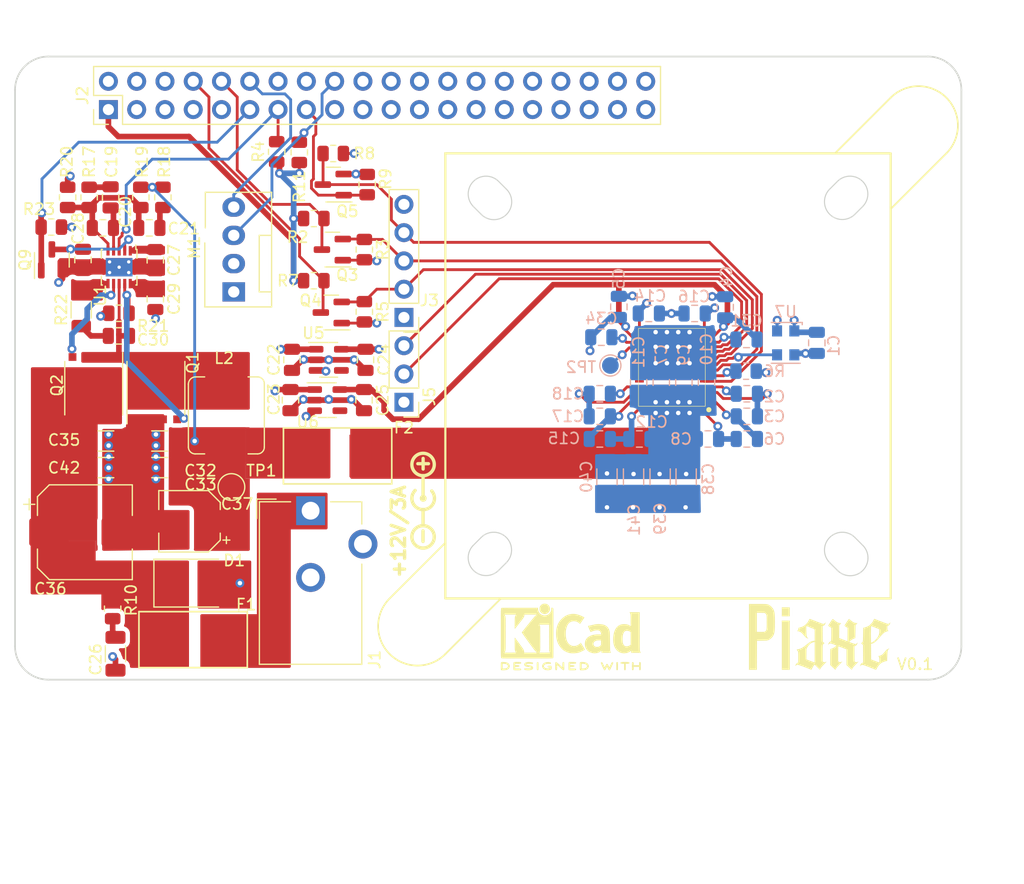
<source format=kicad_pcb>
(kicad_pcb (version 20221018) (generator pcbnew)
  (layers (0 "F.Cu" signal) (1 "In1.Cu" signal) (2 "In2.Cu" signal) (31 "B.Cu" signal) (34 "B.Paste" user) (35 "F.Paste" user) (36 "B.SilkS" user "B.Silkscreen") (37 "F.SilkS" user "F.Silkscreen") (38 "B.Mask" user) (39 "F.Mask" user) (44 "Edge.Cuts" user))
  (net 0 "")
  (net 1 "GND")
  (net 2 "+1V8")
  (net 3 "Net-(U14-VDD4_0)")
  (net 4 "Net-(U14-VDD3_0)")
  (net 5 "Net-(U14-VDD2_0)")
  (net 6 "Net-(U14-VDD1_0)")
  (net 7 "+1V5")
  (net 8 "Net-(U14-VDD1_1)")
  (net 9 "Net-(U14-VDD2_1)")
  (net 10 "Net-(U14-VDD3_1)")
  (net 11 "Net-(U14-VDD4_1)")
  (net 12 "+5V")
  (net 13 "+0V8")
  (net 14 "/BM1366/CI")
  (net 15 "/BM1366/RO")
  (net 16 "/BM1366/RST_N")
  (net 17 "/BM1366/CLKI")
  (net 20 "/BM1366/BI")
  (net 22 "/BM1366/TEMP_P")
  (net 23 "/BM1366/TEMP_N")
  (net 33 "+3V3")
  (net 34 "Net-(U14-MODEO)")
  (net 35 "Net-(U14-MODE_1)")
  (net 51 "/Pi/NRST")
  (net 52 "/Pi/PGOOD")
  (net 53 "/Pi/SDN")
  (net 54 "/Pi/RXD")
  (net 55 "/Pi/TXD")
  (net 59 "Net-(Q1-D)")
  (net 60 "Net-(Q1-G)")
  (net 61 "Net-(Q2-G)")
  (net 62 "Net-(Q9-D)")
  (net 63 "Net-(U1-VDD)")
  (net 64 "Net-(U1-COMP)")
  (net 65 "Net-(U1-FB)")
  (net 66 "Net-(U1-BOOT)")
  (net 67 "Net-(U1-BP)")
  (net 68 "Net-(C19-Pad2)")
  (net 69 "Net-(C21-Pad1)")
  (net 70 "Net-(C30-Pad1)")
  (net 71 "+12V")
  (net 72 "Net-(F1-Pad2)")
  (net 73 "Net-(C32-Pad1)")
  (net 74 "Net-(C26-Pad1)")
  (net 75 "/Pi/PWM")
  (net 76 "/Pi/TACHO")
  (net 77 "Net-(U14-MODE_0)")
  (footprint "Resistor_SMD:R_0805_2012Metric" (layer "F.Cu") (at 204.724 73.152 -90)
    (fp_text reference "R3")
    (fp_text value "10k")
  )
  (footprint "myfootprints:fuseholder_littlefuse_blok" (layer "F.Cu") (at 202.3235 91.694 180)
    (fp_text reference "F2")
    (fp_text value "20A")
  )
  (footprint "Package_TO_SOT_SMD:SOT-23" (layer "F.Cu") (at 176.658 74.0732 90)
    (fp_text reference "Q9")
    (fp_text value "BSS138")
  )
  (footprint "Connector_PinHeader_2.54mm:PinHeader_1x05_P2.54mm_Vertical" (layer "F.Cu") (at 208.28 79.248 180)
    (fp_text reference "J3")
    (fp_text value "Conn_01x05")
  )
  (footprint "Package_TO_SOT_SMD:SOT-23-5" (layer "F.Cu") (at 201.393 86.68)
    (fp_text reference "U6")
    (fp_text value "MCP1824T-0802E")
  )
  (footprint "Resistor_SMD:R_0805_2012Metric" (layer "F.Cu") (at 182.6797 78.8738 180)
    (fp_text reference "R21")
    (fp_text value "4.02k")
  )
  (footprint "Capacitor_SMD:C_0805_2012Metric" (layer "F.Cu") (at 185.949314 77.586937 -90)
    (fp_text reference "C29")
    (fp_text value "1µ")
  )
  (footprint "Resistor_SMD:R_0805_2012Metric" (layer "F.Cu") (at 176.6072 71.1268 180)
    (fp_text reference "R23")
    (fp_text value "10k")
  )
  (footprint "Resistor_SMD:R_0805_2012Metric" (layer "F.Cu") (at 198.882 64.4125 90)
    (fp_text reference "R11")
    (fp_text value "2k2")
  )
  (footprint "Capacitor_SMD:C_0805_2012Metric" (layer "F.Cu") (at 185.4108 71.201337 180)
    (fp_text reference "C21")
    (fp_text value "680p")
  )
  (footprint "Capacitor_SMD:CP_Elec_5x5.8" (layer "F.Cu") (at 189.0222 97.5723 180)
    (fp_text reference "C37")
    (fp_text value "220µ")
  )
  (footprint "bitaxe:polarity" (layer "F.Cu") (at 210 95.5 90)
    (fp_text reference "U3" hide)
    (fp_text value "~")
  )
  (footprint "Mounting_Holes:MountingHole_3.2mm_M3" (layer "F.Cu") (at 176.85 108.3)
    (fp_text reference "REF**" hide)
    (fp_text value "MountingHole_3.2mm_M3" hide)
  )
  (footprint "Resistor_SMD:R_0805_2012Metric" (layer "F.Cu") (at 184.6488 68.458137 -90)
    (fp_text reference "R19")
    (fp_text value "10k")
  )
  (footprint "Inductor_SMD:L_Bourns_SRP7028A_7.3x6.6mm" (layer "F.Cu") (at 192.3317 88.0504 -90)
    (fp_text reference "L2")
    (fp_text value "300nH")
  )
  (footprint "Resistor_SMD:R_0805_2012Metric" (layer "F.Cu") (at 186.63 68.458137 -90)
    (fp_text reference "R18")
    (fp_text value "1.5k")
  )
  (footprint "Capacitor_SMD:C_1206_3216Metric" (layer "F.Cu") (at 181.5095 90.3546)
    (fp_text reference "C35")
    (fp_text value "10µ/25V")
  )
  (footprint "Diode_SMD:D_SMB" (layer "F.Cu") (at 189.484 103.124)
    (fp_text reference "D1")
    (fp_text value "SMBJ12A")
  )
  (footprint "Resistor_SMD:R_1206_3216Metric" (layer "F.Cu") (at 179.294514 78.567337 -90)
    (fp_text reference "R22")
    (fp_text value "2")
  )
  (footprint "Resistor_SMD:R_0805_2012Metric" (layer "F.Cu") (at 178.075314 68.458137 -90)
    (fp_text reference "R20")
    (fp_text value "10k")
  )
  (footprint "Capacitor_SMD:C_1206_3216Metric" (layer "F.Cu") (at 186.3391 92.7422 180)
    (fp_text reference "C33")
    (fp_text value "47µ/10V")
  )
  (footprint "Resistor_SMD:R_0805_2012Metric" (layer "F.Cu") (at 200.18175 70.358 180)
    (fp_text reference "R2")
    (fp_text value "10k")
  )
  (footprint "Resistor_SMD:R_0805_2012Metric" (layer "F.Cu") (at 180.005714 68.458137 -90)
    (fp_text reference "R17")
    (fp_text value "10k")
  )
  (footprint "Resistor_SMD:R_0805_2012Metric" (layer "F.Cu") (at 200.18175 75.946 180)
    (fp_text reference "R7")
    (fp_text value "10k")
  )
  (footprint "Capacitor_SMD:C_0805_2012Metric" (layer "F.Cu") (at 204.8275 83.058 -90)
    (fp_text reference "C24")
    (fp_text value "1µ")
  )
  (footprint "Connector:FanPinHeader_1x04_P2.54mm_Vertical" (layer "F.Cu") (at 192.994 76.952 90)
    (fp_text reference "M1")
    (fp_text value "Fan_4pin")
  )
  (footprint "Connector_PinHeader_2.54mm:PinHeader_2x20_P2.54mm_Vertical" (layer "F.Cu") (at 181.737 60.568 90)
    (fp_text reference "J2")
    (fp_text value "Conn_02x20_Odd_Even")
  )
  (footprint "Package_TO_SOT_SMD:SOT-23" (layer "F.Cu") (at 201.7545 78.806 180)
    (fp_text reference "Q4")
    (fp_text value "BSS138")
  )
  (footprint "Package_SON:VSONP-8-1EP_5x6_P1.27mm" (layer "F.Cu") (at 180.4172 85.6048 -90)
    (fp_text reference "Q2")
    (fp_text value "CSD16321Q5")
  )
  (footprint "Mounting_Holes:MountingHole_3.2mm_M3" (layer "F.Cu") (at 234.85 108.3)
    (fp_text reference "REF**" hide)
    (fp_text value "MountingHole_3.2mm_M3" hide)
  )
  (footprint "Package_SON:VSONP-8-1EP_5x6_P1.27mm" (layer "F.Cu") (at 186.0052 85.6048 90)
    (fp_text reference "Q1")
    (fp_text value "CSD16321Q5")
  )
  (footprint "Capacitor_SMD:C_0805_2012Metric" (layer "F.Cu") (at 182.6797 80.9058)
    (fp_text reference "C30")
    (fp_text value "100n")
  )
  (footprint "Capacitor_SMD:C_0805_2012Metric" (layer "F.Cu") (at 179.452 74.0732 -90)
    (fp_text reference "C28")
    (fp_text value "3.3n")
  )
  (footprint "Capacitor_SMD:C_0805_2012Metric" (layer "F.Cu") (at 198.091 86.68 -90)
    (fp_text reference "C23")
    (fp_text value "100n")
  )
  (footprint "Resistor_SMD:R_0805_2012Metric" (layer "F.Cu") (at 182.118 105.41 -90)
    (fp_text reference "R10")
    (fp_text value "2k")
  )
  (footprint "Capacitor_SMD:C_0805_2012Metric" (layer "F.Cu") (at 198.2235 83.058 -90)
    (fp_text reference "C22")
    (fp_text value "100n")
  )
  (footprint "TestPoint:TestPoint_Pad_D2.0mm" (layer "F.Cu") (at 192.786 94.488)
    (fp_text reference "TP1")
    (fp_text value "+1V5")
  )
  (footprint "bitaxe:BM1366" (layer "F.Cu") (at 232.347 83.734 180)
    (fp_text reference "U14" hide)
    (fp_text value "BM1366_mode1")
  )
  (footprint "bitaxe:piaxelogo" (layer "F.Cu") (at 248.92 128.778)
    (fp_text reference "G***" hide)
    (fp_text value "LOGO" hide)
  )
  (footprint "MountingHole:MountingHole_3.2mm_M3" (layer "F.Cu") (at 254.5 62)
    (fp_text reference "REF**" hide)
    (fp_text value "MountingHole_3.2mm_M3")
  )
  (footprint "Resistor_SMD:R_0805_2012Metric" (layer "F.Cu") (at 201.93 64.516)
    (fp_text reference "R8")
    (fp_text value "10k")
  )
  (footprint "Capacitor_SMD:CP_Elec_8x10" (layer "F.Cu") (at 179.6242 98.552)
    (fp_text reference "C36")
    (fp_text value "330µ")
  )
  (footprint "Resistor_SMD:R_0805_2012Metric" (layer "F.Cu") (at 196.85 64.3655 90)
    (fp_text reference "R4")
    (fp_text value "10k")
  )
  (footprint "Capacitor_SMD:C_1206_3216Metric" (layer "F.Cu") (at 182.372 109.474 -90)
    (fp_text reference "C26")
    (fp_text value "2.2/50V")
  )
  (footprint "Capacitor_SMD:C_0805_2012Metric" (layer "F.Cu") (at 204.695 86.68 -90)
    (fp_text reference "C25")
    (fp_text value "1µ")
  )
  (footprint "Capacitor_SMD:C_0805_2012Metric" (layer "F.Cu") (at 181.936114 68.458137 90)
    (fp_text reference "C19")
    (fp_text value "680p")
  )
  (footprint "Capacitor_SMD:C_1206_3216Metric" (layer "F.Cu") (at 181.5095 92.7422)
    (fp_text reference "C42")
    (fp_text value "10µ/25V")
  )
  (footprint "Capacitor_SMD:C_1206_3216Metric" (layer "F.Cu") (at 186.3391 90.3546 180)
    (fp_text reference "C32")
    (fp_text value "47µ/10V")
  )
  (footprint "Connector_PinHeader_2.54mm:PinHeader_1x03_P2.54mm_Vertical" (layer "F.Cu") (at 208.28 86.868 180)
    (fp_text reference "J5")
    (fp_text value "temp")
  )
  (footprint "MountingHole:MountingHole_3.2mm_M3" (layer "F.Cu") (at 209.5 107)
    (fp_text reference "REF**" hide)
    (fp_text value "MountingHole_3.2mm_M3")
  )
  (footprint "Mounting_Holes:MountingHole_3.2mm_M3" (layer "F.Cu") (at 176.85 59.3)
    (fp_text reference "REF**" hide)
    (fp_text value "MountingHole_3.2mm_M3" hide)
  )
  (footprint "Connector_BarrelJack:BarrelJack_CUI_PJ-102AH_Horizontal" (layer "F.Cu") (at 199.898 96.616)
    (fp_text reference "J1")
    (fp_text value "Barrel_Jack_Switch")
  )
  (footprint "myfootprints:fuseholder_littlefuse_blok" (layer "F.Cu") (at 189.3445 108.204)
    (fp_text reference "F1")
    (fp_text value "2.5A")
  )
  (footprint "Mounting_Holes:MountingHole_3.2mm_M3" (layer "F.Cu") (at 234.85 59.3)
    (fp_text reference "REF**" hide)
    (fp_text value "MountingHole_3.2mm_M3" hide)
  )
  (footprint "Symbol:KiCad-Logo2_5mm_SilkScreen" (layer "F.Cu") (at 223.266 107.95)
    (fp_text reference "REF**" hide)
    (fp_text value "KiCad-Logo2_5mm_SilkScreen" hide)
  )
  (footprint "Package_TO_SOT_SMD:SOT-23" (layer "F.Cu") (at 201.8515 73.152 180)
    (fp_text reference "Q3")
    (fp_text value "BSS138")
  )
  (footprint "Package_TO_SOT_SMD:SOT-23-5" (layer "F.Cu") (at 201.5255 83.058)
    (fp_text reference "U5")
    (fp_text value "MCP1824T-1802E")
  )
  (footprint "Package_SON:VSON-10-1EP_3x3mm_P0.5mm_EP1.65x2.4mm_ThermalVias" (layer "F.Cu") (at 182.701714 74.734537 -90)
    (fp_text reference "U1")
    (fp_text value "TPS40304DRC")
  )
  (footprint "Package_TO_SOT_SMD:SOT-23" (layer "F.Cu") (at 201.93 67.31 180)
    (fp_text reference "Q5")
    (fp_text value "BSS138")
  )
  (footprint "Capacitor_SMD:C_0805_2012Metric" (layer "F.Cu") (at 181.240114 71.201337 180)
    (fp_text reference "C20")
    (fp_text value "100p")
  )
  (footprint "Resistor_SMD:R_0805_2012Metric" (layer "F.Cu") (at 204.724 78.74 -90)
    (fp_text reference "R5")
    (fp_text value "10k")
  )
  (footprint "Capacitor_SMD:C_0805_2012Metric" (layer "F.Cu") (at 185.949314 74.096937 -90)
    (fp_text reference "C27")
    (fp_text value "1µ")
  )
  (footprint "bitaxe:piaxelogo" (layer "F.Cu") (at 245.618 107.95)
    (fp_text reference "G***" hide)
    (fp_text value "LOGO" hide)
  )
  (footprint "Resistor_SMD:R_0805_2012Metric" (layer "F.Cu") (at 204.978 67.31 -90)
    (fp_text reference "R9")
    (fp_text value "100k")
  )
  (footprint "Capacitor_SMD:C_0805_2012Metric" (layer "B.Cu") (at 227.584 78.298 90)
    (fp_text reference "C5")
    (fp_text value "1µ")
  )
  (footprint "Capacitor_SMD:C_0805_2012Metric" (layer "B.Cu") (at 226.0092 81.026 180)
    (fp_text reference "C34")
    (fp_text value "1µ")
  )
  (footprint "Capacitor_SMD:C_0805_2012Metric" (layer "B.Cu") (at 225.872 86.106)
    (fp_text reference "C18")
    (fp_text value "1µ")
  )
  (footprint "Capacitor_SMD:C_0805_2012Metric" (layer "B.Cu") (at 233.426 85.09 90)
    (fp_text reference "C9")
    (fp_text value "100n")
  )
  (footprint "Capacitor_SMD:C_0805_2012Metric" (layer "B.Cu") (at 229.362 85.09 90)
    (fp_text reference "C11")
    (fp_text value "1µ")
  )
  (footprint "Capacitor_SMD:C_0805_2012Metric" (layer "B.Cu") (at 239.0496 81.2292 180)
    (fp_text reference "C31")
    (fp_text value "1µ")
  )
  (footprint "Capacitor_SMD:C_1206_3216Metric" (layer "B.Cu") (at 226.5172 93.5718 -90)
    (fp_text reference "C40")
    (fp_text value "47µ/10V")
  )
  (footprint "Capacitor_SMD:C_0805_2012Metric" (layer "B.Cu") (at 225.872 88.138 180)
    (fp_text reference "C17")
    (fp_text value "1µ")
  )
  (footprint "Capacitor_SMD:C_0805_2012Metric" (layer "B.Cu") (at 229.428 90.17 180)
    (fp_text reference "C12")
    (fp_text value "1µ")
  )
  (footprint "Capacitor_SMD:C_0805_2012Metric" (layer "B.Cu") (at 239.08 90.17 180)
    (fp_text reference "C6")
    (fp_text value "1µ")
  )
  (footprint "Capacitor_SMD:C_0805_2012Metric" (layer "B.Cu") (at 237.1344 78.3336 90)
    (fp_text reference "C4")
    (fp_text value "1µ")
  )
  (footprint "Capacitor_SMD:C_0805_2012Metric" (layer "B.Cu") (at 245.364 81.534 -90)
    (fp_text reference "C1")
    (fp_text value "100n")
  )
  (footprint "Capacitor_SMD:C_0805_2012Metric" (layer "B.Cu") (at 239.08 88.138 180)
    (fp_text reference "C3")
    (fp_text value "1µ")
  )
  (footprint "Capacitor_SMD:C_1206_3216Metric" (layer "B.Cu") (at 233.6292 93.5718 -90)
    (fp_text reference "C38")
    (fp_text value "10µ/25V")
  )
  (footprint "Capacitor_SMD:C_0805_2012Metric" (layer "B.Cu") (at 235.458 85.09 90)
    (fp_text reference "C10")
    (fp_text value "1µ")
  )
  (footprint "Oscillator:Oscillator_SMD_EuroQuartz_XO32-4Pin_3.2x2.5mm" (layer "B.Cu") (at 242.57 81.534 180)
    (fp_text reference "U7")
    (fp_text value "25MHz")
  )
  (footprint "Capacitor_SMD:C_1206_3216Metric" (layer "B.Cu") (at 228.9048 93.5718 -90)
    (fp_text reference "C41")
    (fp_text value "47µ/10V")
  )
  (footprint "Capacitor_SMD:C_0805_2012Metric" (layer "B.Cu") (at 231.394 85.09 90)
    (fp_text reference "C7")
    (fp_text value "100n")
  )
  (footprint "Capacitor_SMD:C_0805_2012Metric" (layer "B.Cu") (at 234.3912 78.8924 180)
    (fp_text reference "C16")
    (fp_text value "1µ")
  )
  (footprint "Capacitor_SMD:C_1206_3216Metric" (layer "B.Cu") (at 231.2924 93.5718 -90)
    (fp_text reference "C39")
    (fp_text value "10µ/25V")
  )
  (footprint "Capacitor_SMD:C_0805_2012Metric" (layer "B.Cu") (at 225.872 90.17 180)
    (fp_text reference "C15")
    (fp_text value "1µ")
  )
  (footprint "Capacitor_SMD:C_0805_2012Metric" (layer "B.Cu") (at 230.2764 78.8924)
    (fp_text reference "C14")
    (fp_text value "1µ")
  )
  (footprint "Resistor_SMD:R_0805_2012Metric" (layer "B.Cu") (at 239.014 84.074 180)
    (fp_text reference "R6")
    (fp_text value "10k")
  )
  (footprint "Capacitor_SMD:C_0805_2012Metric" (layer "B.Cu") (at 239.08 86.106)
    (fp_text reference "C2")
    (fp_text value "1µ")
  )
  (footprint "TestPoint:TestPoint_Pad_D1.5mm" (layer "B.Cu") (at 226.822 83.566 180)
    (fp_text reference "TP2")
    (fp_text value "TestPoint")
  )
  (footprint "Capacitor_SMD:C_0805_2012Metric" (layer "B.Cu") (at 235.59 90.17 180)
    (fp_text reference "C8")
    (fp_text value "1µ")
  )
  (gr_line (start 211.999999 109.499999) (end 217 104.5) (stroke (width 0.15)) (layer "F.SilkS"))
  (gr_line (start 256.999999 64.499999) (end 252 69.5) (stroke (width 0.15)) (layer "F.SilkS"))
  (gr_line (start 207.000001 104.5) (end 212 99.5) (stroke (width 0.15)) (layer "F.SilkS"))
  (gr_arc (start 252.000001 59.500001) (mid 256.999999 59.500001) (end 256.999999 64.499999) (stroke (width 0.15)) (layer "F.SilkS"))
  (gr_rect (start 212 64.5) (end 252 104.5) (stroke (width 0.2)) (fill none) (layer "F.SilkS"))
  (gr_line (start 252.000001 59.500001) (end 247 64.5) (stroke (width 0.15)) (layer "F.SilkS"))
  (gr_arc (start 211.999999 109.499999) (mid 207.000001 109.499999) (end 207.000001 104.500001) (stroke (width 0.15)) (layer "F.SilkS"))
  (gr_line locked (start 258.35 108.8) (end 258.35 58.8) (stroke (width 0.15)) (layer "Edge.Cuts"))
  (gr_line locked (start 173.35 58.8) (end 173.35 108.8) (stroke (width 0.15)) (layer "Edge.Cuts"))
  (gr_arc (start 246.515076 101.277817) (mid 246.515076 99.015076) (end 248.777817 99.015076) (stroke (width 0.1)) (layer "Edge.Cuts"))
  (gr_arc (start 214.515076 69.277817) (mid 214.515076 67.015076) (end 216.777817 67.015076) (stroke (width 0.1)) (layer "Edge.Cuts"))
  (gr_arc (start 249.484924 99.722183) (mid 249.484924 101.984924) (end 247.222183 101.984924) (stroke (width 0.1)) (layer "Edge.Cuts"))
  (gr_arc (start 216.777817 101.984924) (mid 214.515076 101.984924) (end 214.515076 99.722183) (stroke (width 0.1)) (layer "Edge.Cuts"))
  (gr_line locked (start 176.35 111.8) (end 255.35 111.8) (stroke (width 0.15)) (layer "Edge.Cuts"))
  (gr_line (start 215.222183 69.984924) (end 214.515076 69.277817) (stroke (width 0.1)) (layer "Edge.Cuts"))
  (gr_arc (start 247.222183 67.015076) (mid 249.484924 67.015076) (end 249.484924 69.277817) (stroke (width 0.1)) (layer "Edge.Cuts"))
  (gr_line (start 248.777817 99.015076) (end 249.484924 99.722183) (stroke (width 0.1)) (layer "Edge.Cuts"))
  (gr_arc locked (start 173.35 58.8) (mid 174.22868 56.67868) (end 176.35 55.8) (stroke (width 0.15)) (layer "Edge.Cuts"))
  (gr_line (start 246.515076 101.277817) (end 247.222183 101.984924) (stroke (width 0.1)) (layer "Edge.Cuts"))
  (gr_arc (start 217.484924 67.722183) (mid 217.484924 69.984924) (end 215.222183 69.984924) (stroke (width 0.1)) (layer "Edge.Cuts"))
  (gr_line locked (start 255.35 55.8) (end 176.35 55.8) (stroke (width 0.15)) (layer "Edge.Cuts"))
  (gr_arc (start 215.222183 99.015076) (mid 217.484924 99.015076) (end 217.484924 101.277817) (stroke (width 0.1)) (layer "Edge.Cuts"))
  (gr_line (start 249.484924 69.277817) (end 248.777817 69.984924) (stroke (width 0.1)) (layer "Edge.Cuts"))
  (gr_arc locked (start 258.35 108.8) (mid 257.47132 110.92132) (end 255.35 111.8) (stroke (width 0.15)) (layer "Edge.Cuts"))
  (gr_arc (start 248.777817 69.984924) (mid 246.515076 69.984924) (end 246.515076 67.722183) (stroke (width 0.1)) (layer "Edge.Cuts"))
  (gr_line (start 214.515076 99.722183) (end 215.222183 99.015076) (stroke (width 0.1)) (layer "Edge.Cuts"))
  (gr_arc locked (start 255.35 55.8) (mid 257.47132 56.67868) (end 258.35 58.8) (stroke (width 0.15)) (layer "Edge.Cuts"))
  (gr_line (start 247.222183 67.015076) (end 246.515076 67.722183) (stroke (width 0.1)) (layer "Edge.Cuts"))
  (gr_line (start 217.484924 67.722183) (end 216.777817 67.015076) (stroke (width 0.1)) (layer "Edge.Cuts"))
  (gr_line (start 216.777817 101.984924) (end 217.484924 101.277817) (stroke (width 0.1)) (layer "Edge.Cuts"))
  (gr_arc locked (start 176.35 111.8) (mid 174.22868 110.92132) (end 173.35 108.8) (stroke (width 0.15)) (layer "Edge.Cuts"))
  (gr_text "V0.1" (at 252.476 110.998) (layer "F.SilkS") (effects (font (size 1 1)) (justify left bottom)))
  (gr_text "+12V/3A" (at 208.5 98.5 90) (layer "F.SilkS") (effects (font (size 1.2 1.2) (thickness 0.3) bold) (justify bottom)))
  (segment (start 199.2395 86.614) (end 199.1735 86.68) (width 0.508) (layer "F.Cu") (net 1))
  (segment (start 200.2555 86.68) (end 199.3055 86.68) (width 0.508) (layer "F.Cu") (net 1))
  (segment (start 201.5255 83.058) (end 203.8115 83.058) (width 0.508) (layer "F.Cu") (net 1))
  (segment (start 200.388 83.058) (end 201.5255 83.058) (width 0.508) (layer "F.Cu") (net 1))
  (segment (start 199.202711 83.028789) (end 199.268711 83.028789) (width 0.508) (layer "F.Cu") (net 1))
  (segment (start 182.9845 92.7422) (end 184.8641 92.7422) (width 0.508) (layer "F.Cu") (net 1))
  (segment (start 179.452 75.0232) (end 181.113051 75.0232) (width 0.508) (layer "F.Cu") (net 1))
  (segment (start 203.5575 86.614) (end 203.6235 86.68) (width 0.508) (layer "F.Cu") (net 1))
  (segment (start 178.075314 66.780686) (end 178.308 66.548) (width 0.508) (layer "F.Cu") (net 1))
  (segment (start 177.5197 71.1268) (end 178.436 71.1268) (width 0.508) (layer "F.Cu") (net 1))
  (segment (start 203.4915 86.68) (end 203.5575 86.614) (width 0.508) (layer "F.Cu") (net 1))
  (segment (start 199.297922 83.058) (end 199.268711 83.028789) (width 0.508) (layer "F.Cu") (net 1))
  (segment (start 182.372 109.982) (end 182.118 109.728) (width 0.508) (layer "F.Cu") (net 1))
  (segment (start 181.301817 78.8738) (end 181.03997 79.135647) (width 0.508) (layer "F.Cu") (net 1))
  (segment (start 199.041 86.68) (end 198.091 87.63) (width 0.508) (layer "F.Cu") (net 1))
  (segment (start 199.3055 86.68) (end 199.2395 86.614) (width 0.508) (layer "F.Cu") (net 1))
  (segment (start 185.949314 79.329661) (end 185.970921 79.351268) (width 0.508) (layer "F.Cu") (net 1))
  (segment (start 203.6235 86.68) (end 203.745 86.68) (width 0.508) (layer "F.Cu") (net 1))
  (segment (start 204.9405 66.36) (end 204.978 66.3975) (width 0.254) (layer "F.Cu") (net 1))
  (segment (start 185.1726 88.392) (end 186.436 88.392) (width 0.508) (layer "F.Cu") (net 1))
  (segment (start 203.745 86.68) (end 204.695 87.63) (width 0.508) (layer "F.Cu") (net 1))
  (segment (start 183.8743 88.392) (end 185.1726 88.392) (width 0.508) (layer "F.Cu") (net 1))
  (segment (start 200.388 83.058) (end 199.297922 83.058) (width 0.508) (layer "F.Cu") (net 1))
  (segment (start 201.5915 86.68) (end 203.4915 86.68) (width 0.508) (layer "F.Cu") (net 1))
  (segment (start 200.2555 86.68) (end 201.4595 86.68) (width 0.508) (layer "F.Cu") (net 1))
  (segment (start 183.729314 75.046937) (end 183.561714 75.214537) (width 0.508) (layer "F.Cu") (net 1))
  (segment (start 181.7672 78.8738) (end 181.301817 78.8738) (width 0.508) (layer "F.Cu") (net 1))
  (segment (start 199.1735 86.68) (end 199.041 86.68) (width 0.508) (layer "F.Cu") (net 1))
  (segment (start 184.8641 88.7005) (end 185.1726 88.392) (width 0.508) (layer "F.Cu") (net 1))
  (segment (start 178.075314 67.545637) (end 178.075314 66.780686) (width 0.508) (layer "F.Cu") (net 1))
  (segment (start 182.372 110.695) (end 182.372 109.982) (width 0.508) (layer "F.Cu") (net 1))
  (segment (start 203.8115 83.058) (end 203.8775 83.058) (width 0.508) (layer "F.Cu") (net 1))
  (segment (start 185.949314 75.046937) (end 183.729314 75.046937) (width 0.508) (layer "F.Cu") (net 1))
  (segment (start 181.113051 75.0232) (end 181.151714 74.984537) (width 0.508) (layer "F.Cu") (net 1))
  (segment (start 177.608 75.0107) (end 177.608 75.7648) (width 0.508) (layer "F.Cu") (net 1))
  (segment (start 177.608 75.7648) (end 177.2676 76.1052) (width 0.508) (layer "F.Cu") (net 1))
  (segment (start 185.949314 78.536937) (end 185.949314 79.329661) (width 0.508) (layer "F.Cu") (net 1))
  (segment (start 182.9845 90.3546) (end 184.8641 90.3546) (width 0.508) (layer "F.Cu") (net 1))
  (segment (start 184.8641 90.3546) (end 184.8641 88.7005) (width 0.508) (layer "F.Cu") (net 1))
  (segment (start 184.8641 92.7422) (end 184.8641 90.3546) (width 0.508) (layer "F.Cu") (net 1))
  (segment (start 198.2235 84.008) (end 199.202711 83.028789) (width 0.508) (layer "F.Cu") (net 1))
  (segment (start 203.8775 83.058) (end 204.8275 84.008) (width 0.508) (layer "F.Cu") (net 1))
  (segment (start 201.5255 86.614) (end 201.5915 86.68) (width 0.508) (layer "F.Cu") (net 1))
  (segment (start 202.8675 66.36) (end 204.9405 66.36) (width 0.254) (layer "F.Cu") (net 1))
  (segment (start 201.4595 86.68) (end 201.5255 86.614) (width 0.508) (layer "F.Cu") (net 1))
  (via (at 186.0052 89.7628) (size 0.8) (drill 0.4) (layers "F.Cu" "B.Cu") (net 1))
  (via (at 235.966 77.3684) (size 0.8) (drill 0.4) (layers "F.Cu" "B.Cu") (net 1))
  (via (at 186.0052 92.7628) (size 0.8) (drill 0.4) (layers "F.Cu" "B.Cu") (net 1))
  (via (at 233.934 83.3628) (size 0.8) (drill 0.4) (layers "F.Cu" "B.Cu") (net 1))
  (via (at 231.902 83.3628) (size 0.8) (drill 0.4) (layers "F.Cu" "B.Cu") (net 1))
  (via (at 181.7552 89.7628) (size 0.8) (drill 0.4) (layers "F.Cu" "B.Cu") (net 1))
  (via (at 230.886 83.3628) (size 0.8) (drill 0.4) (layers "F.Cu" "B.Cu") (net 1))
  (via (at 186.0052 93.7628) (size 0.8) (drill 0.4) (layers "F.Cu" "B.Cu") (net 1))
  (via (at 240.792 84.201) (size 0.8) (drill 0.4) (layers "F.Cu" "B.Cu") (net 1))
  (via (at 231.902 80.5688) (size 0.8) (drill 0.4) (layers "F.Cu" "B.Cu") (net 1))
  (via (at 181.03997 79.135647) (size 0.8) (drill 0.4) (layers "F.Cu" "B.Cu") (net 1))
  (via (at 232.918 80.5688) (size 0.8) (drill 0.4) (layers "F.Cu" "B.Cu") (net 1))
  (via (at 231.902 81.8896) (size 0.8) (drill 0.4) (layers "F.Cu" "B.Cu") (net 1))
  (via (at 232.918 83.3628) (size 0.8) (drill 0.4) (layers "F.Cu" "B.Cu") (net 1))
  (via (at 181.7552 90.7628) (size 0.8) (drill 0.4) (layers "F.Cu" "B.Cu") (net 1))
  (via (at 232.3084 78.8924) (size 0.8) (drill 0.4) (layers "F.Cu" "B.Cu") (net 1))
  (via (at 178.308 66.548) (size 0.8) (drill 0.4) (layers "F.Cu" "B.Cu") (net 1))
  (via (at 203.962 66.36) (size 0.8) (drill 0.4) (layers "F.Cu" "B.Cu") (net 1))
  (via (at 226.5172 96.3168) (size 0.8) (drill 0.4) (layers "F.Cu" "B.Cu") (net 1))
  (via (at 230.886 81.8896) (size 0.8) (drill 0.4) (layers "F.Cu" "B.Cu") (net 1))
  (via (at 244.348 82.484) (size 0.8) (drill 0.4) (layers "F.Cu" "B.Cu") (net 1))
  (via (at 230.886 80.5688) (size 0.8) (drill 0.4) (layers "F.Cu" "B.Cu") (net 1))
  (via (at 182.118 109.728) (size 0.8) (drill 0.4) (layers "F.Cu" "B.Cu") (net 1))
  (via (at 228.854 96.3168) (size 0.8) (drill 0.4) (layers "F.Cu" "B.Cu") (net 1))
  (via (at 186.0052 90.7628) (size 0.8) (drill 0.4) (layers "F.Cu" "B.Cu") (net 1))
  (via (at 178.436 71.1268) (size 0.8) (drill 0.4) (layers "F.Cu" "B.Cu") (net 1))
  (via (at 201.5255 83.058) (size 0.8) (drill 0.4) (layers "F.Cu" "B.Cu") (net 1))
  (via (at 186.0052 91.7628) (size 0.8) (drill 0.4) (layers "F.Cu" "B.Cu") (net 1))
  (via (at 233.934 80.5688) (size 0.8) (drill 0.4) (layers "F.Cu" "B.Cu") (net 1))
  (via (at 233.5784 96.3168) (size 0.8) (drill 0.4) (layers "F.Cu" "B.Cu") (net 1))
  (via (at 233.934 81.8896) (size 0.8) (drill 0.4) (layers "F.Cu" "B.Cu") (net 1))
  (via (at 193.548 103.124) (size 0.8) (drill 0.4) (layers "F.Cu" "B.Cu") (net 1))
  (via (at 177.2676 76.1052) (size 0.8) (drill 0.4) (layers "F.Cu" "B.Cu") (net 1))
  (via (at 232.918 81.8896) (size 0.8) (drill 0.4) (layers "F.Cu" "B.Cu") (net 1))
  (via (at 203.5575 86.614) (size 0.8) (drill 0.4) (layers "F.Cu" "B.Cu") (net 1))
  (via (at 228.8032 77.3176) (size 0.8) (drill 0.4) (layers "F.Cu" "B.Cu") (net 1))
  (via (at 199.2395 86.614) (size 0.8) (drill 0.4) (layers "F.Cu" "B.Cu") (net 1))
  (via (at 181.7552 91.7628) (size 0.8) (drill 0.4) (layers "F.Cu" "B.Cu") (net 1))
  (via (at 181.7552 93.7628) (size 0.8) (drill 0.4) (layers "F.Cu" "B.Cu") (net 1))
  (via (at 201.5255 86.614) (size 0.8) (drill 0.4) (layers "F.Cu" "B.Cu") (net 1))
  (via (at 231.2416 96.3168) (size 0.8) (drill 0.4) (layers "F.Cu" "B.Cu") (net 1))
  (via (at 203.8115 83.058) (size 0.8) (drill 0.4) (layers "F.Cu" "B.Cu") (net 1))
  (via (at 181.7552 92.7628) (size 0.8) (drill 0.4) (layers "F.Cu" "B.Cu") (net 1))
  (via (at 185.970921 79.351268) (size 0.8) (drill 0.4) (layers "F.Cu" "B.Cu") (net 1))
  (via (at 199.268711 83.028789) (size 0.8) (drill 0.4) (layers "F.Cu" "B.Cu") (net 1))
  (segment (start 240.665 84.074) (end 240.792 84.201) (width 0.254) (layer "B.Cu") (net 1))
  (segment (start 245.364 82.484) (end 244.348 82.484) (width 0.254) (layer "B.Cu") (net 1))
  (segment (start 228.9048 95.0468) (end 228.9048 96.266) (width 0.508) (layer "B.Cu") (net 1))
  (segment (start 239.9265 84.074) (end 240.665 84.074) (width 0.254) (layer "B.Cu") (net 1))
  (segment (start 235.9812 77.3836) (end 235.966 77.3684) (width 0.508) (layer "B.Cu") (net 1))
  (segment (start 226.5172 95.0468) (end 226.5172 96.3168) (width 0.508) (layer "B.Cu") (net 1))
  (segment (start 228.9048 96.266) (end 228.854 96.3168) (width 0.508) (layer "B.Cu") (net 1))
  (segment (start 243.47 82.484) (end 244.348 82.484) (width 0.508) (layer "B.Cu") (net 1))
  (segment (start 227.584 77.348) (end 228.7728 77.348) (width 0.508) (layer "B.Cu") (net 1))
  (segment (start 231.2264 78.8924) (end 233.4412 78.8924) (width 0.508) (layer "B.Cu") (net 1))
  (segment (start 228.7728 77.348) (end 228.8032 77.3176) (width 0.508) (layer "B.Cu") (net 1))
  (segment (start 231.2924 96.266) (end 231.2416 96.3168) (width 0.508) (layer "B.Cu") (net 1))
  (segment (start 243.345 82.609) (end 243.47 82.484) (width 0.254) (layer "B.Cu") (net 1))
  (segment (start 237.1344 77.3836) (end 235.9812 77.3836) (width 0.508) (layer "B.Cu") (net 1))
  (segment (start 233.6292 95.0468) (end 233.6292 96.266) (width 0.508) (layer "B.Cu") (net 1))
  (segment (start 233.6292 96.266) (end 233.5784 96.3168) (width 0.508) (layer "B.Cu") (net 1))
  (segment (start 231.2924 95.0468) (end 231.2924 96.266) (width 0.508) (layer "B.Cu") (net 1))
  (segment (start 235.263 79.309022) (end 235.263 80.471) (width 0.254) (layer "F.Cu") (net 2))
  (segment (start 204.8275 82.108) (end 206.0315 82.108) (width 0.508) (layer "F.Cu") (net 2))
  (segment (start 202.8425 64.516) (end 203.8115 64.516) (width 0.254) (layer "F.Cu") (net 2))
  (segment (start 204.724 74.0645) (end 205.74 74.0645) (width 0.254) (layer "F.Cu") (net 2))
  (segment (start 202.692 79.756) (end 204.6205 79.756) (width 0.254) (layer "F.Cu") (net 2))
  (segment (start 204.6865 74.102) (end 204.724 74.0645) (width 0.254) (layer "F.Cu") (net 2))
  (segment (start 204.6205 79.756) (end 204.724 79.6525) (width 0.254) (layer "F.Cu") (net 2))
  (segment (start 205.74 74.0645) (end 205.8435 74.168) (width 0.254) (layer "F.Cu") (net 2))
  (segment (start 229.431 80.484) (end 229.431 78.6202) (width 0.254) (layer "F.Cu") (net 2))
  (segment (start 236.184783 78.387239) (end 235.263 79.309022) (width 0.254) (layer "F.Cu") (net 2))
  (segment (start 205.74 79.6525) (end 205.8435 79.756) (width 0.254) (layer "F.Cu") (net 2))
  (segment (start 229.431 78.6202) (end 230.0732 77.978) (width 0.254) (layer "F.Cu") (net 2))
  (segment (start 206.0315 82.108) (end 206.031502 82.107998) (width 0.508) (layer "F.Cu") (net 2))
  (segment (start 202.663 82.108) (end 204.8275 82.108) (width 0.508) (layer "F.Cu") (net 2))
  (segment (start 202.789 74.102) (end 204.6865 74.102) (width 0.254) (layer "F.Cu") (net 2))
  (segment (start 204.724 79.6525) (end 205.74 79.6525) (width 0.254) (layer "F.Cu") (net 2))
  (via (at 205.8435 74.168) (size 0.8) (drill 0.4) (layers "F.Cu" "B.Cu") (net 2))
  (via (at 206.031502 82.107998) (size 0.8) (drill 0.4) (layers "F.Cu" "B.Cu") (net 2))
  (via (at 243.332 79.502) (size 0.8) (drill 0.4) (layers "F.Cu" "B.Cu") (net 2))
  (via (at 203.8115 64.516) (size 0.8) (drill 0.4) (layers "F.Cu" "B.Cu") (net 2))
  (via (at 241.808 79.502) (size 0.8) (drill 0.4) (layers "F.Cu" "B.Cu") (net 2))
  (via (at 205.8435 79.756) (size 0.8) (drill 0.4) (layers "F.Cu" "B.Cu") (net 2))
  (via (at 230.0732 77.978) (size 0.8) (drill 0.4) (layers "F.Cu" "B.Cu") (net 2))
  (via (at 236.184783 78.387239) (size 0.8) (drill 0.4) (layers "F.Cu" "B.Cu") (net 2))
  (segment (start 241.795 80.459) (end 241.795 79.515) (width 0.254) (layer "B.Cu") (net 2))
  (segment (start 243.47 80.584) (end 243.345 80.459) (width 0.254) (layer "B.Cu") (net 2))
  (segment (start 241.795 79.515) (end 241.808 79.502) (width 0.254) (layer "B.Cu") (net 2))
  (segment (start 243.345 80.459) (end 243.345 79.515) (width 0.254) (layer "B.Cu") (net 2))
  (segment (start 235.679622 78.8924) (end 236.184783 78.387239) (width 0.254) (layer "B.Cu") (net 2))
  (segment (start 245.364 80.584) (end 243.47 80.584) (width 0.508) (layer "B.Cu") (net 2))
  (segment (start 229.3264 78.7248) (end 230.0732 77.978) (width 0.508) (layer "B.Cu") (net 2))
  (segment (start 235.3412 78.8924) (end 235.679622 78.8924) (width 0.254) (layer "B.Cu") (net 2))
  (segment (start 229.3264 78.8924) (end 229.3264 78.7248) (width 0.508) (layer "B.Cu") (net 2))
  (segment (start 243.345 79.515) (end 243.332 79.502) (width 0.254) (layer "B.Cu") (net 2))
  (segment (start 236.875 85.491) (end 237.236 85.852) (width 0.254) (layer "F.Cu") (net 3))
  (segment (start 235.263 85.491) (end 236.875 85.491) (width 0.254) (layer "F.Cu") (net 3))
  (via (at 237.236 85.852) (size 0.8) (drill 0.4) (layers "F.Cu" "B.Cu") (net 3))
  (segment (start 238.13 86.106) (end 237.49 86.106) (width 0.254) (layer "B.Cu") (net 3))
  (segment (start 237.49 86.106) (end 237.236 85.852) (width 0.254) (layer "B.Cu") (net 3))
  (segment (start 240.4936 86.5314) (end 240.919 86.106) (width 0.254) (layer "F.Cu") (net 4))
  (segment (start 236.954583 86.5314) (end 240.4936 86.5314) (width 0.254) (layer "F.Cu") (net 4))
  (segment (start 235.263 85.993) (end 236.416183 85.993) (width 0.254) (layer "F.Cu") (net 4))
  (segment (start 236.416183 85.993) (end 236.954583 86.5314) (width 0.254) (layer "F.Cu") (net 4))
  (via (at 240.919 86.106) (size 0.8) (drill 0.4) (layers "F.Cu" "B.Cu") (net 4))
  (segment (start 240.919 86.106) (end 240.03 86.106) (width 0.254) (layer "B.Cu") (net 4))
  (segment (start 240.03 88.138) (end 240.03 86.106) (width 0.508) (layer "B.Cu") (net 4))
  (segment (start 237.236 87.818) (end 237.236 88.011) (width 0.254) (layer "F.Cu") (net 5))
  (segment (start 235.263 86.495) (end 235.913 86.495) (width 0.254) (layer "F.Cu") (net 5))
  (segment (start 235.913 86.495) (end 237.236 87.818) (width 0.254) (layer "F.Cu") (net 5))
  (via (at 237.236 88.011) (size 0.8) (drill 0.4) (layers "F.Cu" "B.Cu") (net 5))
  (segment (start 238.13 88.27) (end 240.03 90.17) (width 0.508) (layer "B.Cu") (net 5))
  (segment (start 238.13 88.138) (end 238.13 88.27) (width 0.254) (layer "B.Cu") (net 5))
  (segment (start 238.003 88.011) (end 238.13 88.138) (width 0.254) (layer "B.Cu") (net 5))
  (segment (start 237.236 88.011) (end 238.003 88.011) (width 0.254) (layer "B.Cu") (net 5))
  (segment (start 235.263 87.816) (end 236.474 89.027) (width 0.254) (layer "F.Cu") (net 6))
  (segment (start 235.263 86.997) (end 235.263 87.816) (width 0.254) (layer "F.Cu") (net 6))
  (via (at 236.474 89.027) (size 0.8) (drill 0.4) (layers "F.Cu" "B.Cu") (net 6))
  (segment (start 236.54 90.17) (end 238.13 90.17) (width 0.508) (layer "B.Cu") (net 6))
  (segment (start 236.474 90.104) (end 236.54 90.17) (width 0.254) (layer "B.Cu") (net 6))
  (segment (start 236.474 89.027) (end 236.474 90.104) (width 0.254) (layer "B.Cu") (net 6))
  (via (at 233.6292 93.3196) (size 0.8) (drill 0.4) (layers "F.Cu" "B.Cu") (net 7))
  (via (at 228.9048 93.3196) (size 0.8) (drill 0.4) (layers "F.Cu" "B.Cu") (net 7))
  (via (at 230.886 87.8332) (size 0.8) (drill 0.4) (layers "F.Cu" "B.Cu") (net 7))
  (via (at 231.902 87.8332) (size 0.8) (drill 0.4) (layers "F.Cu" "B.Cu") (net 7))
  (via (at 226.5172 93.2688) (size 0.8) (drill 0.4) (layers "F.Cu" "B.Cu") (net 7))
  (via (at 232.918 86.868) (size 0.8) (drill 0.4) (layers "F.Cu" "B.Cu") (net 7))
  (via (at 233.934 86.868) (size 0.8) (drill 0.4) (layers "F.Cu" "B.Cu") (net 7))
  (via (at 233.934 87.8332) (size 0.8) (drill 0.4) (layers "F.Cu" "B.Cu") (net 7))
  (via (at 231.2416 93.3196) (size 0.8) (drill 0.4) (layers "F.Cu" "B.Cu") (net 7))
  (via (at 230.886 86.868) (size 0.8) (drill 0.4) (layers "F.Cu" "B.Cu") (net 7))
  (via (at 231.902 86.868) (size 0.8) (drill 0.4) (layers "F.Cu" "B.Cu") (net 7))
  (via (at 232.918 87.8332) (size 0.8) (drill 0.4) (layers "F.Cu" "B.Cu") (net 7))
  (segment (start 229.431 87.434) (end 228.727 88.138) (width 0.254) (layer "F.Cu") (net 8))
  (segment (start 229.431 86.984) (end 229.431 87.434) (width 0.254) (layer "F.Cu") (net 8))
  (via (at 228.727 88.138) (size 0.8) (drill 0.4) (layers "F.Cu" "B.Cu") (net 8))
  (segment (start 226.822 90.17) (end 228.478 90.17) (width 0.508) (layer "B.Cu") (net 8))
  (segment (start 228.727 88.138) (end 228.727 89.921) (width 0.508) (layer "B.Cu") (net 8))
  (segment (start 228.727 89.921) (end 228.478 90.17) (width 0.254) (layer "B.Cu") (net 8))
  (segment (start 228.973 86.495) (end 227.584 87.884) (width 0.254) (layer "F.Cu") (net 9))
  (segment (start 227.584 87.884) (end 227.584 88.138) (width 0.254) (layer "F.Cu") (net 9))
  (segment (start 229.431 86.495) (end 228.973 86.495) (width 0.254) (layer "F.Cu") (net 9))
  (via (at 227.584 88.138) (size 0.8) (drill 0.4) (layers "F.Cu" "B.Cu") (net 9))
  (segment (start 227.584 88.138) (end 226.822 88.138) (width 0.254) (layer "B.Cu") (net 9))
  (segment (start 226.822 88.138) (end 224.922 90.038) (width 0.508) (layer "B.Cu") (net 9))
  (segment (start 224.922 90.038) (end 224.922 90.17) (width 0.254) (layer "B.Cu") (net 9))
  (segment (start 229.431 85.984) (end 228.909264 85.984) (width 0.254) (layer "F.Cu") (net 10))
  (segment (start 228.909264 85.984) (end 228.025264 86.868) (width 0.254) (layer "F.Cu") (net 10))
  (segment (start 224.79 86.868) (end 224.028 86.106) (width 0.254) (layer "F.Cu") (net 10))
  (segment (start 228.025264 86.868) (end 224.79 86.868) (width 0.254) (layer "F.Cu") (net 10))
  (via (at 224.028 86.106) (size 0.8) (drill 0.4) (layers "F.Cu" "B.Cu") (net 10))
  (segment (start 224.028 86.106) (end 224.922 86.106) (width 0.254) (layer "B.Cu") (net 10))
  (segment (start 224.922 88.138) (end 224.922 86.106) (width 0.508) (layer "B.Cu") (net 10))
  (segment (start 229.431 85.491) (end 228.326 85.491) (width 0.254) (layer "F.Cu") (net 11))
  (segment (start 228.326 85.491) (end 227.711 86.106) (width 0.254) (layer "F.Cu") (net 11))
  (via (at 227.711 86.106) (size 0.8) (drill 0.4) (layers "F.Cu" "B.Cu") (net 11))
  (segment (start 227.711 86.106) (end 226.822 86.106) (width 0.254) (layer "B.Cu") (net 11))
  (segment (start 198.091 85.73) (end 196.8215 85.73) (width 0.508) (layer "F.Cu") (net 12))
  (segment (start 198.091 85.73) (end 200.2555 85.73) (width 0.508) (layer "F.Cu") (net 12))
  (segment (start 201.2055 84.008) (end 201.2715 84.074) (width 0.508) (layer "F.Cu") (net 12))
  (segment (start 200.388 84.008) (end 201.2055 84.008) (width 0.508) (layer "F.Cu") (net 12))
  (segment (start 196.8215 85.73) (end 196.6995 85.852) (width 0.508) (layer "F.Cu") (net 12))
  (segment (start 199.747496 88.138004) (end 199.4935 88.138004) (width 0.508) (layer "F.Cu") (net 12))
  (segment (start 200.2555 87.63) (end 199.747496 88.138004) (width 0.508) (layer "F.Cu") (net 12))
  (segment (start 198.2235 82.108) (end 200.388 82.108) (width 0.508) (layer "F.Cu") (net 12))
  (via (at 196.6995 85.852) (size 0.8) (drill 0.4) (layers "F.Cu" "B.Cu") (net 12))
  (via (at 197.2075 82.108) (size 0.8) (drill 0.4) (layers "F.Cu" "B.Cu") (net 12))
  (via (at 199.4935 88.138004) (size 0.8) (drill 0.4) (layers "F.Cu" "B.Cu") (net 12))
  (via (at 201.2715 84.074) (size 0.8) (drill 0.4) (layers "F.Cu" "B.Cu") (net 12))
  (segment (start 202.5305 85.73) (end 204.695 85.73) (width 0.508) (layer "F.Cu") (net 13))
  (segment (start 229.431 80.984) (end 228.781 80.984) (width 0.254) (layer "F.Cu") (net 13))
  (segment (start 206.502 86.868) (end 206.502 87.6028) (width 0.508) (layer "F.Cu") (net 13))
  (segment (start 236.0698 80.973) (end 236.982 80.0608) (width 0.254) (layer "F.Cu") (net 13))
  (segment (start 204.695 85.73) (end 205.364 85.73) (width 0.508) (layer "F.Cu") (net 13))
  (segment (start 237.3376 79.7052) (end 236.982 80.0608) (width 0.508) (layer "F.Cu") (net 13))
  (segment (start 206.502 87.6028) (end 207.2912 88.392) (width 0.508) (layer "F.Cu") (net 13))
  (segment (start 228.1936 80.3966) (end 228.1936 80.060844) (width 0.254) (layer "F.Cu") (net 13))
  (segment (start 205.364 85.73) (end 206.502 86.868) (width 0.508) (layer "F.Cu") (net 13))
  (segment (start 227.584 76.3016) (end 236.1692 76.3016) (width 0.508) (layer "F.Cu") (net 13))
  (segment (start 221.6912 76.3016) (end 227.584 76.3016) (width 0.508) (layer "F.Cu") (net 13))
  (segment (start 236.1692 76.3016) (end 237.3376 77.47) (width 0.508) (layer "F.Cu") (net 13))
  (segment (start 227.584 76.3016) (end 227.584 79.451244) (width 0.508) (layer "F.Cu") (net 13))
  (segment (start 237.3376 77.47) (end 237.3376 79.7052) (width 0.508) (layer "F.Cu") (net 13))
  (segment (start 207.2912 88.392) (end 209.6008 88.392) (width 0.508) (layer "F.Cu") (net 13))
  (segment (start 228.781 80.984) (end 228.1936 80.3966) (width 0.254) (layer "F.Cu") (net 13))
  (segment (start 227.584 79.451244) (end 228.1936 80.060844) (width 0.508) (layer "F.Cu") (net 13))
  (segment (start 235.263 80.973) (end 236.0698 80.973) (width 0.254) (layer "F.Cu") (net 13))
  (segment (start 209.6008 88.392) (end 221.6912 76.3016) (width 0.508) (layer "F.Cu") (net 13))
  (via (at 228.1936 80.060844) (size 0.8) (drill 0.4) (layers "F.Cu" "B.Cu") (net 13))
  (via (at 236.982 80.0608) (size 0.8) (drill 0.4) (layers "F.Cu" "B.Cu") (net 13))
  (via (at 224.9932 82.2452) (size 0.8) (drill 0.4) (layers "F.Cu" "B.Cu") (net 13))
  (segment (start 236.982 79.436) (end 237.1344 79.2836) (width 0.254) (layer "B.Cu") (net 13))
  (segment (start 225.11 82.1284) (end 224.9932 82.2452) (width 0.254) (layer "B.Cu") (net 13))
  (segment (start 225.11 81.026) (end 225.11 82.1284) (width 0.254) (layer "B.Cu") (net 13))
  (segment (start 239.9996 81.2292) (end 238.054 79.2836) (width 0.508) (layer "B.Cu") (net 13))
  (segment (start 226.8372 79.248) (end 227.584 79.248) (width 0.508) (layer "B.Cu") (net 13))
  (segment (start 228.1936 79.8576) (end 228.1936 80.060844) (width 0.254) (layer "B.Cu") (net 13))
  (segment (start 227.584 79.248) (end 228.1936 79.8576) (width 0.254) (layer "B.Cu") (net 13))
  (segment (start 236.982 80.0608) (end 236.982 79.436) (width 0.254) (layer "B.Cu") (net 13))
  (segment (start 225.0592 81.026) (end 226.8372 79.248) (width 0.508) (layer "B.Cu") (net 13))
  (segment (start 238.054 79.2836) (end 237.1344 79.2836) (width 0.508) (layer "B.Cu") (net 13))
  (segment (start 239.5728 80.240689) (end 239.5728 77.657264) (width 0.254) (layer "F.Cu") (net 14))
  (segment (start 204.6955 77.856) (end 204.724 77.8275) (width 0.254) (layer "F.Cu") (net 14))
  (segment (start 202.692 77.856) (end 204.6955 77.856) (width 0.254) (layer "F.Cu") (net 14))
  (segment (start 237.088808 82.6942) (end 237.264808 82.5182) (width 0.254) (layer "F.Cu") (net 14))
  (segment (start 238.525 81.288489) (end 239.5728 80.240689) (width 0.254) (layer "F.Cu") (net 14))
  (segment (start 236.870935 74.955399) (end 210.032601 74.955399) (width 0.254) (layer "F.Cu") (net 14))
  (segment (start 236.296999 82.981) (end 236.583801 82.6942) (width 0.254) (layer "F.Cu") (net 14))
  (segment (start 239.5728 77.657264) (end 236.870935 74.955399) (width 0.254) (layer "F.Cu") (net 14))
  (segment (start 236.583801 82.6942) (end 237.088808 82.6942) (width 0.254) (layer "F.Cu") (net 14))
  (segment (start 238.525 81.644089) (end 238.525 81.288489) (width 0.254) (layer "F.Cu") (net 14))
  (segment (start 204.724 77.8275) (end 205.8435 76.708) (width 0.254) (layer "F.Cu") (net 14))
  (segment (start 237.264808 82.5182) (end 237.650889 82.5182) (width 0.254) (layer "F.Cu") (net 14))
  (segment (start 235.263 82.981) (end 236.296999 82.981) (width 0.254) (layer "F.Cu") (net 14))
  (segment (start 210.032601 74.955399) (end 208.28 76.708) (width 0.254) (layer "F.Cu") (net 14))
  (segment (start 205.8435 76.708) (end 208.28 76.708) (width 0.254) (layer "F.Cu") (net 14))
  (segment (start 237.650889 82.5182) (end 238.525 81.644089) (width 0.254) (layer "F.Cu") (net 14))
  (segment (start 238.482123 83.507) (end 238.495844 83.493279) (width 0.254) (layer "F.Cu") (net 15))
  (segment (start 238.495844 83.493279) (end 238.597445 83.493279) (width 0.254) (layer "F.Cu") (net 15))
  (segment (start 236.7788 74.168) (end 208.28 74.168) (width 0.254) (layer "F.Cu") (net 15))
  (segment (start 206.3515 72.2395) (end 204.724 72.2395) (width 0.254) (layer "F.Cu") (net 15))
  (segment (start 236.920473 83.507) (end 238.482123 83.507) (width 0.254) (layer "F.Cu") (net 15))
  (segment (start 239.9792 77.3684) (end 236.7788 74.168) (width 0.254) (layer "F.Cu") (net 15))
  (segment (start 204.6865 72.202) (end 204.724 72.2395) (width 0.254) (layer "F.Cu") (net 15))
  (segment (start 236.442472 83.985) (end 236.920473 83.507) (width 0.254) (layer "F.Cu") (net 15))
  (segment (start 208.28 74.168) (end 206.3515 72.2395) (width 0.254) (layer "F.Cu") (net 15))
  (segment (start 202.789 72.202) (end 204.6865 72.202) (width 0.254) (layer "F.Cu") (net 15))
  (segment (start 238.597445 83.493279) (end 239.9792 82.111524) (width 0.254) (layer "F.Cu") (net 15))
  (segment (start 235.263 83.985) (end 236.442472 83.985) (width 0.254) (layer "F.Cu") (net 15))
  (segment (start 239.9792 82.111524) (end 239.9792 77.3684) (width 0.254) (layer "F.Cu") (net 15))
  (segment (start 209.152 72.5) (end 208.28 71.628) (width 0.254) (layer "F.Cu") (net 16))
  (segment (start 240.3856 82.27986) (end 240.3856 77.1652) (width 0.254) (layer "F.Cu") (net 16))
  (segment (start 235.7204 72.5) (end 209.152 72.5) (width 0.254) (layer "F.Cu") (net 16))
  (segment (start 207.1506 68.6171) (end 207.1506 70.4986) (width 0.254) (layer "F.Cu") (net 16))
  (segment (start 240.3856 77.1652) (end 235.7204 72.5) (width 0.254) (layer "F.Cu") (net 16))
  (segment (start 235.263 84.989) (end 237.67646 84.989) (width 0.254) (layer "F.Cu") (net 16))
  (segment (start 205.8435 67.31) (end 207.1506 68.6171) (width 0.254) (layer "F.Cu") (net 16))
  (segment (start 201.0175 67.285) (end 200.9925 67.31) (width 0.254) (layer "F.Cu") (net 16))
  (segment (start 205.8435 67.31) (end 200.9925 67.31) (width 0.254) (layer "F.Cu") (net 16))
  (segment (start 201.0175 64.516) (end 201.0175 67.285) (width 0.254) (layer "F.Cu") (net 16))
  (segment (start 207.1506 70.4986) (end 208.28 71.628) (width 0.254) (layer "F.Cu") (net 16))
  (segment (start 237.67646 84.989) (end 240.3856 82.27986) (width 0.254) (layer "F.Cu") (net 16))
  (segment (start 237.929946 82.813879) (end 238.316028 82.813879) (width 0.254) (layer "F.Cu") (net 17))
  (segment (start 236.369736 83.483) (end 236.752137 83.1006) (width 0.254) (layer "F.Cu") (net 17))
  (segment (start 237.819225 82.9246) (end 237.929946 82.813879) (width 0.254) (layer "F.Cu") (net 17))
  (segment (start 237.433144 82.9246) (end 237.819225 82.9246) (width 0.254) (layer "F.Cu") (net 17))
  (segment (start 237.257144 83.1006) (end 237.433144 82.9246) (width 0.254) (layer "F.Cu") (net 17))
  (segment (start 235.263 83.483) (end 236.369736 83.483) (width 0.254) (layer "F.Cu") (net 17))
  (segment (start 236.752137 83.1006) (end 237.257144 83.1006) (width 0.254) (layer "F.Cu") (net 17))
  (via (at 238.316028 82.813879) (size 0.8) (drill 0.4) (layers "F.Cu" "B.Cu") (net 17))
  (segment (start 238.520907 82.609) (end 238.316028 82.813879) (width 0.254) (layer "B.Cu") (net 17))
  (segment (start 241.795 82.609) (end 238.520907 82.609) (width 0.254) (layer "B.Cu") (net 17))
  (segment (start 235.263 84.487) (end 236.99499 84.487) (width 0.254) (layer "F.Cu") (net 20))
  (segment (start 236.99499 84.487) (end 237.295975 84.186015) (width 0.254) (layer "F.Cu") (net 20))
  (via (at 237.295975 84.186015) (size 0.8) (drill 0.4) (layers "F.Cu" "B.Cu") (net 20))
  (segment (start 238.1015 84.074) (end 237.40799 84.074) (width 0.254) (layer "B.Cu") (net 20))
  (segment (start 237.40799 84.074) (end 237.295975 84.186015) (width 0.254) (layer "B.Cu") (net 20))
  (segment (start 236.920472 82.2878) (end 237.096472 82.1118) (width 0.254) (layer "F.Cu") (net 22))
  (segment (start 214.706201 75.361799) (end 208.28 81.788) (width 0.254) (layer "F.Cu") (net 22))
  (segment (start 237.096472 82.1118) (end 237.482553 82.1118) (width 0.254) (layer "F.Cu") (net 22))
  (segment (start 236.224266 82.479) (end 236.415466 82.2878) (width 0.254) (layer "F.Cu") (net 22))
  (segment (start 236.415466 82.2878) (end 236.920472 82.2878) (width 0.254) (layer "F.Cu") (net 22))
  (segment (start 238.1186 81.475753) (end 238.1186 81.069353) (width 0.254) (layer "F.Cu") (net 22))
  (segment (start 236.702599 75.361799) (end 214.706201 75.361799) (width 0.254) (layer "F.Cu") (net 22))
  (segment (start 239.0648 77.724) (end 236.702599 75.361799) (width 0.254) (layer "F.Cu") (net 22))
  (segment (start 237.482553 82.1118) (end 238.1186 81.475753) (width 0.254) (layer "F.Cu") (net 22))
  (segment (start 239.0648 80.123153) (end 239.0648 77.724) (width 0.254) (layer "F.Cu") (net 22))
  (segment (start 238.1186 81.069353) (end 239.0648 80.123153) (width 0.254) (layer "F.Cu") (net 22))
  (segment (start 235.263 82.479) (end 236.224266 82.479) (width 0.254) (layer "F.Cu") (net 22))
  (segment (start 236.928136 81.7054) (end 237.314217 81.7054) (width 0.254) (layer "F.Cu") (net 23))
  (segment (start 237.7122 81.307417) (end 237.7122 80.850217) (width 0.254) (layer "F.Cu") (net 23))
  (segment (start 235.263 81.977) (end 235.3586 81.8814) (width 0.254) (layer "F.Cu") (net 23))
  (segment (start 238.6076 79.954817) (end 238.6076 77.841536) (width 0.254) (layer "F.Cu") (net 23))
  (segment (start 216.839801 75.768199) (end 208.28 84.328) (width 0.254) (layer "F.Cu") (net 23))
  (segment (start 238.6076 77.841536) (end 236.534263 75.768199) (width 0.254) (layer "F.Cu") (net 23))
  (segment (start 236.534263 75.768199) (end 216.839801 75.768199) (width 0.254) (layer "F.Cu") (net 23))
  (segment (start 235.263 81.977) (end 235.777 81.977) (width 0.254) (layer "F.Cu") (net 23))
  (segment (start 237.314217 81.7054) (end 237.7122 81.307417) (width 0.254) (layer "F.Cu") (net 23))
  (segment (start 236.752136 81.8814) (end 236.928136 81.7054) (width 0.254) (layer "F.Cu") (net 23))
  (segment (start 237.7122 80.850217) (end 238.6076 79.954817) (width 0.254) (layer "F.Cu") (net 23))
  (segment (start 235.3586 81.8814) (end 236.752136 81.8814) (width 0.254) (layer "F.Cu") (net 23))
  (segment (start 199.26925 70.358) (end 198.374 70.358) (width 0.508) (layer "F.Cu") (net 33))
  (segment (start 181.737 60.568) (end 181.737 62.103) (width 0.508) (layer "F.Cu") (net 33))
  (segment (start 188.976 62.992) (end 198.374 72.39) (width 0.508) (layer "F.Cu") (net 33))
  (segment (start 198.882 65.325) (end 198.882 66.294) (width 0.254) (layer "F.Cu") (net 33))
  (segment (start 198.374 72.39) (end 198.374 75.946) (width 0.508) (layer "F.Cu") (net 33))
  (segment (start 181.737 62.103) (end 182.626 62.992) (width 0.508) (layer "F.Cu") (net 33))
  (segment (start 197.104 66.294) (end 197.104 65.278) (width 0.508) (layer "F.Cu") (net 33))
  (segment (start 199.26925 75.946) (end 198.374 75.946) (width 0.508) (layer "F.Cu") (net 33))
  (segment (start 182.626 62.992) (end 188.976 62.992) (width 0.508) (layer "F.Cu") (net 33))
  (via (at 197.104 66.294) (size 0.8) (drill 0.4) (layers "F.Cu" "B.Cu") (net 33))
  (via (at 198.374 70.358) (size 0.8) (drill 0.4) (layers "F.Cu" "B.Cu") (net 33))
  (via (at 198.374 75.946) (size 0.8) (drill 0.4) (layers "F.Cu" "B.Cu") (net 33))
  (via (at 198.882 66.294) (size 0.8) (drill 0.4) (layers "F.Cu" "B.Cu") (net 33))
  (segment (start 197.104 66.294) (end 198.882 66.294) (width 0.508) (layer "B.Cu") (net 33))
  (segment (start 198.374 67.564) (end 197.104 66.294) (width 0.508) (layer "B.Cu") (net 33))
  (segment (start 198.374 75.946) (end 198.374 70.358) (width 0.508) (layer "B.Cu") (net 33))
  (segment (start 198.374 70.358) (end 198.374 67.564) (width 0.508) (layer "B.Cu") (net 33))
  (segment (start 236.5838 81.475) (end 237.0328 81.026) (width 0.254) (layer "F.Cu") (net 34))
  (segment (start 235.263 81.475) (end 236.5838 81.475) (width 0.254) (layer "F.Cu") (net 34))
  (via (at 237.0328 81.026) (size 0.8) (drill 0.4) (layers "F.Cu" "B.Cu") (net 34))
  (segment (start 237.8964 81.026) (end 238.0996 81.2292) (width 0.254) (layer "B.Cu") (net 34))
  (segment (start 237.0328 81.026) (end 237.8964 81.026) (width 0.254) (layer "B.Cu") (net 34))
  (segment (start 229.431 81.484) (end 228.274406 81.484) (width 0.254) (layer "F.Cu") (net 35))
  (segment (start 228.274406 81.484) (end 227.914061 81.123655) (width 0.254) (layer "F.Cu") (net 35))
  (via (at 227.914061 81.123655) (size 0.8) (drill 0.4) (layers "F.Cu" "B.Cu") (net 35))
  (segment (start 226.9592 81.026) (end 227.056855 81.123655) (width 0.254) (layer "B.Cu") (net 35))
  (segment (start 227.056855 81.123655) (end 227.914061 81.123655) (width 0.254) (layer "B.Cu") (net 35))
  (segment (start 202.8675 68.26) (end 200.597737 68.26) (width 0.254) (layer "F.Cu") (net 51))
  (segment (start 204.9405 68.26) (end 204.978 68.2225) (width 0.254) (layer "F.Cu") (net 51))
  (segment (start 200.367 62.777) (end 200.367 61.418) (width 0.254) (layer "F.Cu") (net 51))
  (segment (start 200.367 61.418) (end 199.517 60.568) (width 0.254) (layer "F.Cu") (net 51))
  (segment (start 200.152 66.805737) (end 200.152 62.992) (width 0.254) (layer "F.Cu") (net 51))
  (segment (start 200.597737 68.26) (end 199.9756 67.637863) (width 0.254) (layer "F.Cu") (net 51))
  (segment (start 202.8675 68.26) (end 204.9405 68.26) (width 0.254) (layer "F.Cu") (net 51))
  (segment (start 199.9756 67.637863) (end 199.9756 66.982137) (width 0.254) (layer "F.Cu") (net 51))
  (segment (start 199.9756 66.982137) (end 200.152 66.805737) (width 0.254) (layer "F.Cu") (net 51))
  (segment (start 200.152 62.992) (end 200.367 62.777) (width 0.254) (layer "F.Cu") (net 51))
  (segment (start 196.977 63.326) (end 197.104 63.453) (width 0.254) (layer "F.Cu") (net 52))
  (segment (start 182.969514 71.895622) (end 182.701714 72.163422) (width 0.254) (layer "F.Cu") (net 52))
  (segment (start 182.969514 71.686633) (end 182.969514 71.895622) (width 0.254) (layer "F.Cu") (net 52))
  (segment (start 183.337536 71.318611) (end 182.969514 71.686633) (width 0.254) (layer "F.Cu") (net 52))
  (segment (start 182.701714 72.163422) (end 182.701714 73.259537) (width 0.254) (layer "F.Cu") (net 52))
  (segment (start 196.977 60.568) (end 196.977 63.326) (width 0.254) (layer "F.Cu") (net 52))
  (via (at 183.337536 71.318611) (size 0.8) (drill 0.4) (layers "F.Cu" "B.Cu") (net 52))
  (segment (start 183.337536 67.360464) (end 185.674 65.024) (width 0.254) (layer "B.Cu") (net 52))
  (segment (start 192.521 65.024) (end 196.977 60.568) (width 0.254) (layer "B.Cu") (net 52))
  (segment (start 185.674 65.024) (end 192.521 65.024) (width 0.254) (layer "B.Cu") (net 52))
  (segment (start 183.337536 71.318611) (end 183.337536 67.360464) (width 0.254) (layer "B.Cu") (net 52))
  (segment (start 175.708 75.0107) (end 175.708 71.1401) (width 0.508) (layer "F.Cu") (net 53))
  (segment (start 175.6947 69.9233) (end 175.768 69.85) (width 0.508) (layer "F.Cu") (net 53))
  (segment (start 175.6947 71.1268) (end 175.6947 69.9233) (width 0.508) (layer "F.Cu") (net 53))
  (segment (start 175.708 71.1401) (end 175.6947 71.1268) (width 0.508) (layer "F.Cu") (net 53))
  (via (at 175.768 69.85) (size 0.8) (drill 0.4) (layers "F.Cu" "B.Cu") (net 53))
  (segment (start 191.505 63.5) (end 194.437 60.568) (width 0.254) (layer "B.Cu") (net 53))
  (segment (start 175.768 66.802) (end 179.07 63.5) (width 0.254) (layer "B.Cu") (net 53))
  (segment (start 179.07 63.5) (end 191.505 63.5) (width 0.254) (layer "B.Cu") (net 53))
  (segment (start 175.768 69.85) (end 175.768 66.802) (width 0.254) (layer "B.Cu") (net 53))
  (segment (start 193.3076 65.994522) (end 196.401078 69.088) (width 0.254) (layer "F.Cu") (net 54))
  (segment (start 200.914 70.4615) (end 200.914 73.152) (width 0.254) (layer "F.Cu") (net 54))
  (segment (start 191.897 58.028) (end 193.3076 59.4386) (width 0.254) (layer "F.Cu") (net 54))
  (segment (start 201.0175 70.358) (end 200.914 70.4615) (width 0.254) (layer "F.Cu") (net 54))
  (segment (start 199.82425 69.088) (end 201.09425 70.358) (width 0.254) (layer "F.Cu") (net 54))
  (segment (start 193.3076 59.4386) (end 193.3076 65.994522) (width 0.254) (layer "F.Cu") (net 54))
  (segment (start 196.401078 69.088) (end 199.82425 69.088) (width 0.254) (layer "F.Cu") (net 54))
  (segment (start 190.7676 64.029258) (end 198.9074 72.169058) (width 0.254) (layer "F.Cu") (net 55))
  (segment (start 201.0175 78.6055) (end 200.817 78.806) (width 0.254) (layer "F.Cu") (net 55))
  (segment (start 198.907401 73.759151) (end 201.09425 75.946) (width 0.254) (layer "F.Cu") (net 55))
  (segment (start 201.0175 75.946) (end 201.0175 78.6055) (width 0.254) (layer "F.Cu") (net 55))
  (segment (start 190.7676 59.4386) (end 190.7676 64.029258) (width 0.254) (layer "F.Cu") (net 55))
  (segment (start 200.668065 78.806) (end 200.817 78.806) (width 0.254) (layer "F.Cu") (net 55))
  (segment (start 198.9074 72.169058) (end 198.907401 73.759151) (width 0.254) (layer "F.Cu") (net 55))
  (segment (start 189.357 58.028) (end 190.7676 59.4386) (width 0.254) (layer "F.Cu") (net 55))
  (segment (start 182.6797 80.7788) (end 182.6797 79.60209) (width 0.508) (layer "F.Cu") (net 59))
  (segment (start 179.766687 82.887) (end 181.030087 82.887) (width 0.508) (layer "F.Cu") (net 59))
  (segment (start 181.030087 82.887) (end 182.328387 82.887) (width 0.508) (layer "F.Cu") (net 59))
  (segment (start 182.8067 80.9058) (end 182.6797 80.7788) (width 0.508) (layer "F.Cu") (net 59))
  (segment (start 183.6297 80.9058) (end 182.8067 80.9058) (width 0.508) (layer "F.Cu") (net 59))
  (segment (start 182.701714 76.209537) (end 182.701714 79.580076) (width 0.254) (layer "F.Cu") (net 59))
  (segment (start 182.328387 82.887) (end 182.6797 82.535687) (width 0.508) (layer "F.Cu") (net 59))
  (segment (start 182.701714 79.580076) (end 182.6797 79.60209) (width 0.254) (layer "F.Cu") (net 59))
  (segment (start 182.6797 82.535687) (end 182.6797 80.7788) (width 0.508) (layer "F.Cu") (net 59))
  (segment (start 183.4652 78.7468) (end 183.4652 77.3244) (width 0.508) (layer "F.Cu") (net 60))
  (segment (start 183.201714 76.209537) (end 183.201714 77.1974) (width 0.254) (layer "F.Cu") (net 60))
  (segment (start 183.5922 78.8738) (end 183.4652 78.7468) (width 0.508) (layer "F.Cu") (net 60))
  (segment (start 183.4652 77.3244) (end 183.389 77.2482) (width 0.508) (layer "F.Cu") (net 60))
  (segment (start 187.8037 88.3226) (end 187.7343 88.392) (width 0.254) (layer "F.Cu") (net 60))
  (segment (start 183.3382 77.1974) (end 183.389 77.2482) (width 0.254) (layer "F.Cu") (net 60))
  (segment (start 188.5198 88.3226) (end 187.8037 88.3226) (width 0.254) (layer "F.Cu") (net 60))
  (segment (start 183.201714 77.1974) (end 183.3382 77.1974) (width 0.254) (layer "F.Cu") (net 60))
  (via (at 183.389 77.2482) (size 0.8) (drill 0.4) (layers "F.Cu" "B.Cu") (net 60))
  (via (at 188.5198 88.3226) (size 0.8) (drill 0.4) (layers "F.Cu" "B.Cu") (net 60))
  (segment (start 183.389 83.1918) (end 188.5198 88.3226) (width 0.508) (layer "B.Cu") (net 60))
  (segment (start 183.389 77.2482) (end 183.389 83.1918) (width 0.508) (layer "B.Cu") (net 60))
  (segment (start 178.4614 82.0742) (end 178.4614 82.880013) (width 0.254) (layer "F.Cu") (net 61))
  (segment (start 178.4614 82.880013) (end 178.468387 82.887) (width 0.254) (layer "F.Cu") (net 61))
  (segment (start 182.201714 76.209537) (end 182.201714 77.013086) (width 0.254) (layer "F.Cu") (net 61))
  (segment (start 182.201714 77.013086) (end 181.9666 77.2482) (width 0.254) (layer "F.Cu") (net 61))
  (via (at 181.9666 77.2482) (size 0.8) (drill 0.4) (layers "F.Cu" "B.Cu") (net 61))
  (via (at 178.4614 82.0742) (size 0.8) (drill 0.4) (layers "F.Cu" "B.Cu") (net 61))
  (segment (start 179.832 78.486) (end 181.0698 77.2482) (width 0.508) (layer "B.Cu") (net 61))
  (segment (start 179.832 79.3828) (end 178.4614 80.7534) (width 0.508) (layer "B.Cu") (net 61))
  (segment (start 181.0698 77.2482) (end 181.9666 77.2482) (width 0.508) (layer "B.Cu") (net 61))
  (segment (start 178.4614 80.7534) (end 178.4614 82.0742) (width 0.508) (layer "B.Cu") (net 61))
  (segment (start 179.832 78.486) (end 179.832 79.3828) (width 0.508) (layer "B.Cu") (net 61))
  (segment (start 183.201714 72.580537) (end 183.536096 72.246155) (width 0.254) (layer "F.Cu") (net 62))
  (segment (start 183.536096 72.246155) (end 183.551503 72.246155) (width 0.254) (layer "F.Cu") (net 62))
  (segment (start 176.658 73.1357) (end 178.3067 73.1357) (width 0.508) (layer "F.Cu") (net 62))
  (segment (start 178.3344 73.108) (end 179.4368 73.108) (width 0.254) (layer "F.Cu") (net 62))
  (segment (start 178.3067 73.1357) (end 178.3344 73.108) (width 0.508) (layer "F.Cu") (net 62))
  (segment (start 179.4368 73.108) (end 179.452 73.1232) (width 0.254) (layer "F.Cu") (net 62))
  (segment (start 183.201714 73.259537) (end 183.201714 72.580537) (width 0.254) (layer "F.Cu") (net 62))
  (via (at 183.551503 72.246155) (size 0.8) (drill 0.4) (layers "F.Cu" "B.Cu") (net 62))
  (via (at 178.3344 73.108) (size 0.8) (drill 0.4) (layers "F.Cu" "B.Cu") (net 62))
  (segment (start 178.3344 73.108) (end 182.689658 73.108) (width 0.254) (layer "B.Cu") (net 62))
  (segment (start 182.689658 73.108) (end 183.551503 72.246155) (width 0.254) (layer "B.Cu") (net 62))
  (segment (start 183.701714 73.259537) (end 185.836714 73.259537) (width 0.254) (layer "F.Cu") (net 63))
  (segment (start 185.836714 73.259537) (end 185.949314 73.146937) (width 0.254) (layer "F.Cu") (net 63))
  (segment (start 182.201714 71.212937) (end 182.190114 71.201337) (width 0.254) (layer "F.Cu") (net 64))
  (segment (start 182.190114 71.201337) (end 182.190114 69.662137) (width 0.508) (layer "F.Cu") (net 64))
  (segment (start 182.201714 73.259537) (end 182.201714 71.212937) (width 0.254) (layer "F.Cu") (net 64))
  (segment (start 182.190114 69.662137) (end 181.936114 69.408137) (width 0.508) (layer "F.Cu") (net 64))
  (segment (start 180.290114 71.201337) (end 180.290114 69.655037) (width 0.508) (layer "F.Cu") (net 65))
  (segment (start 180.874614 68.501737) (end 183.779901 68.501737) (width 0.508) (layer "F.Cu") (net 65))
  (segment (start 180.005714 69.370637) (end 180.874614 68.501737) (width 0.508) (layer "F.Cu") (net 65))
  (segment (start 184.4608 71.201337) (end 184.4608 69.558637) (width 0.508) (layer "F.Cu") (net 65))
  (segment (start 180.290114 69.655037) (end 180.005714 69.370637) (width 0.508) (layer "F.Cu") (net 65))
  (segment (start 178.075314 69.370637) (end 180.005714 69.370637) (width 0.508) (layer "F.Cu") (net 65))
  (segment (start 184.4608 69.558637) (end 184.6488 69.370637) (width 0.508) (layer "F.Cu") (net 65))
  (segment (start 183.7799 68.501737) (end 184.6488 69.370637) (width 0.508) (layer "F.Cu") (net 65))
  (segment (start 183.779901 68.501737) (end 183.944482 68.666318) (width 0.508) (layer "F.Cu") (net 65))
  (segment (start 181.701714 72.612937) (end 180.290114 71.201337) (width 0.254) (layer "F.Cu") (net 65))
  (segment (start 181.701714 73.259537) (end 181.701714 72.612937) (width 0.254) (layer "F.Cu") (net 65))
  (segment (start 181.898614 67.545637) (end 181.936114 67.508137) (width 0.508) (layer "F.Cu") (net 68))
  (segment (start 180.005714 67.545637) (end 181.898614 67.545637) (width 0.508) (layer "F.Cu") (net 68))
  (segment (start 186.3608 71.201337) (end 186.3608 69.639837) (width 0.508) (layer "F.Cu") (net 69))
  (segment (start 186.3608 69.639837) (end 186.63 69.370637) (width 0.508) (layer "F.Cu") (net 69))
  (segment (start 179.294514 80.029837) (end 179.2761 80.048251) (width 0.508) (layer "F.Cu") (net 70))
  (segment (start 180.170477 80.9058) (end 179.294514 80.029837) (width 0.508) (layer "F.Cu") (net 70))
  (segment (start 181.7297 80.9058) (end 180.170477 80.9058) (width 0.508) (layer "F.Cu") (net 70))
  (segment (start 180.0345 92.7422) (end 180.0345 90.3546) (width 0.508) (layer "F.Cu") (net 71))
  (segment (start 184.6488 67.545637) (end 185.674 67.545637) (width 0.508) (layer "F.Cu") (net 73))
  (segment (start 187.8141 92.7422) (end 187.8141 90.3546) (width 0.508) (layer "F.Cu") (net 73))
  (segment (start 185.674 67.545637) (end 186.63 67.545637) (width 0.508) (layer "F.Cu") (net 73))
  (segment (start 191.9109 90.3546) (end 192.3317 90.7754) (width 0.508) (layer "F.Cu") (net 73))
  (segment (start 187.8141 90.3546) (end 191.9109 90.3546) (width 0.508) (layer "F.Cu") (net 73))
  (via (at 185.674 67.545637) (size 0.8) (drill 0.4) (layers "F.Cu" "B.Cu") (net 73))
  (via (at 189.484 90.3546) (size 0.8) (drill 0.4) (layers "F.Cu" "B.Cu") (net 73))
  (segment (start 189.484 90.3546) (end 189.484 71.355637) (width 0.254) (layer "B.Cu") (net 73))
  (segment (start 189.484 71.355637) (end 185.674 67.545637) (width 0.254) (layer "B.Cu") (net 73))
  (segment (start 182.118 106.0685) (end 182.118 107.491) (width 0.508) (layer "F.Cu") (net 74))
  (segment (start 182.118 107.491) (end 182.372 107.745) (width 0.508) (layer "F.Cu") (net 74))
  (segment (start 192.994 69.332) (end 192.994 68.213) (width 0.254) (layer "B.Cu") (net 75))
  (segment (start 192.994 68.213) (end 198.1064 63.1006) (width 0.254) (layer "B.Cu") (net 75))
  (segment (start 198.1064 59.6764) (end 197.5874 59.1574) (width 0.254) (layer "B.Cu") (net 75))
  (segment (start 198.1064 63.1006) (end 198.1064 59.6764) (width 0.254) (layer "B.Cu") (net 75))
  (segment (start 197.5874 59.1574) (end 195.5664 59.1574) (width 0.254) (layer "B.Cu") (net 75))
  (segment (start 195.5664 59.1574) (end 194.437 58.028) (width 0.254) (layer "B.Cu") (net 75))
  (segment (start 198.882 63.081412) (end 199.307706 62.655706) (width 0.254) (layer "F.Cu") (net 76))
  (segment (start 198.882 63.5) (end 198.882 63.081412) (width 0.254) (layer "F.Cu") (net 76))
  (via (at 199.307706 62.655706) (size 0.8) (drill 0.4) (layers "F.Cu" "B.Cu") (net 76))
  (segment (start 199.307706 62.655706) (end 200.9276 61.035813) (width 0.254) (layer "B.Cu") (net 76))
  (segment (start 196.4246 65.538813) (end 199.307706 62.655706) (width 0.254) (layer "B.Cu") (net 76))
  (segment (start 200.9276 59.1574) (end 202.057 58.028) (width 0.254) (layer "B.Cu") (net 76))
  (segment (start 196.4246 68.4414) (end 196.4246 65.538813) (width 0.254) (layer "B.Cu") (net 76))
  (segment (start 200.9276 61.035813) (end 200.9276 59.1574) (width 0.254) (layer "B.Cu") (net 76))
  (segment (start 192.994 71.872) (end 196.4246 68.4414) (width 0.254) (layer "B.Cu") (net 76))
  (segment (start 228.5056 81.984) (end 227.8888 82.6008) (width 0.254) (layer "F.Cu") (net 77))
  (segment (start 229.431 81.984) (end 228.5056 81.984) (width 0.254) (layer "F.Cu") (net 77))
  (via (at 227.8888 82.6008) (size 0.8) (drill 0.4) (layers "F.Cu" "B.Cu") (net 77))
  (segment (start 227.8888 82.6008) (end 227.7872 82.6008) (width 0.254) (layer "B.Cu") (net 77))
  (segment (start 227.7872 82.6008) (end 226.822 83.566) (width 0.254) (layer "B.Cu") (net 77))
  (zone (net 1) (net_name "GND") (layer "F.Cu") (priority 5) (connect_pads yes (clearance 0.4)) (min_thickness 0.25) (fill yes (thermal_gap 0.5) (thermal_bridge_width 0.5))
    (polygon (pts (xy 177.166 75.648) (xy 186.818 75.648) (xy 186.818 73.9208) (xy 177.166 73.9208)))
  )
  (zone (net 71) (net_name "+12V") (layer "F.Cu") (priority 14) (connect_pads yes (clearance 0.4)) (min_thickness 0.25) (fill yes (thermal_gap 0.5) (thermal_bridge_width 0.5))
    (polygon (pts (xy 174.752 99.314) (xy 180.594 99.314) (xy 180.594 101.092) (xy 188.976 101.092) (xy 188.976 110.744) (xy 181.102 110.744) (xy 181.102 104.14) (xy 174.752 104.14)))
  )
  (zone (net 71) (net_name "+12V") (layer "F.Cu") (priority 4) (connect_pads yes (clearance 0.4)) (min_thickness 0.25) (fill yes (thermal_gap 0.5) (thermal_bridge_width 0.5))
    (polygon (pts (xy 180.7728 100.2272) (xy 180.7728 88.856) (xy 182.9572 88.856) (xy 182.9572 83.7252) (xy 174.7784 83.7252) (xy 174.7784 100.2272)))
  )
  (zone (net 7) (net_name "+1V5") (layer "F.Cu") (priority 9) (connect_pads yes (clearance 0.4)) (min_thickness 0.25) (fill yes (thermal_gap 0.5) (thermal_bridge_width 0.5))
    (polygon (pts (xy 230.25 85.25) (xy 234.5 85.25) (xy 234.4928 93.7768) (xy 230.251 93.75) (xy 203.458 93.75) (xy 203.458 89.154) (xy 230.25 89.154)))
  )
  (zone (net 72) (net_name "Net-(F1-Pad2)") (layer "F.Cu") (priority 15) (connect_pads yes (clearance 0.4)) (min_thickness 0.25) (fill yes (thermal_gap 0.5) (thermal_bridge_width 0.5))
    (polygon (pts (xy 201.422 94.996) (xy 195.072 94.996) (xy 195.072 105.918) (xy 189.992 105.918) (xy 189.992 110.744) (xy 198.12 110.744) (xy 198.12 98.298) (xy 201.422 98.298)))
  )
  (zone (net 67) (net_name "Net-(U1-BP)") (layer "F.Cu") (priority 6) (connect_pads yes (clearance 0.4)) (min_thickness 0.25) (fill yes (thermal_gap 0.5) (thermal_bridge_width 0.5))
    (polygon (pts (xy 183.5668 75.8004) (xy 186.818 75.8004) (xy 186.818 77.426) (xy 183.5668 77.426)))
  )
  (zone (net 59) (net_name "Net-(Q1-D)") (layer "F.Cu") (priority 1) (connect_pads yes (clearance 0.4)) (min_thickness 0.25) (fill yes (thermal_gap 0.5) (thermal_bridge_width 0.5))
    (polygon (pts (xy 179.2996 82.3536) (xy 194.438 82.3536) (xy 194.438 87.5352) (xy 183.3636 87.5352) (xy 183.3636 83.3696) (xy 179.2996 83.3696)))
  )
  (zone (net 1) (net_name "GND") (layer "F.Cu") (priority 16) (connect_pads yes (clearance 0.4)) (min_thickness 0.25) (fill yes (thermal_gap 0.5) (thermal_bridge_width 0.5))
    (polygon (pts (xy 189.738 101.092) (xy 194.564 101.092) (xy 194.564 105.41) (xy 189.738 105.41)))
  )
  (zone (net 63) (net_name "Net-(U1-VDD)") (layer "F.Cu") (connect_pads yes (clearance 0.4)) (min_thickness 0.25) (fill yes (thermal_gap 0.5) (thermal_bridge_width 0.5))
    (polygon (pts (xy 183.5668 72.8032) (xy 186.818 72.8032) (xy 186.818 73.7684) (xy 183.5668 73.7684)))
  )
  (zone (net 73) (net_name "Net-(C32-Pad1)") (layer "F.Cu") (priority 2) (connect_pads yes (clearance 0.4)) (min_thickness 0.25) (fill yes (thermal_gap 0.5) (thermal_bridge_width 0.5))
    (polygon (pts (xy 194.438 89.11) (xy 187.0212 89.11) (xy 187.0212 96.3023) (xy 189.2762 96.3023) (xy 189.2762 100.2272) (xy 194.438 100.2272)))
  )
  (zone (net 73) (net_name "Net-(C32-Pad1)") (layer "F.Cu") (priority 19) (connect_pads yes (clearance 0.4)) (min_thickness 0.25) (fill yes (thermal_gap 0.5) (thermal_bridge_width 0.5))
    (polygon (pts (xy 201.676 89.154) (xy 194.056 89.154) (xy 194.056 93.726) (xy 201.676 93.726)))
  )
  (zone (net 66) (net_name "Net-(U1-BOOT)") (layer "F.Cu") (priority 7) (connect_pads yes (clearance 0.4)) (min_thickness 0.25) (fill yes (thermal_gap 0.5) (thermal_bridge_width 0.5))
    (polygon (pts (xy 181.8396 75.8004) (xy 178.3852 75.8004) (xy 178.3852 77.7308) (xy 181.8396 77.7308)))
  )
  (zone (net 1) (net_name "GND") (layer "F.Cu") (priority 3) (connect_pads yes (clearance 0.4)) (min_thickness 0.25) (fill yes (thermal_gap 0.5) (thermal_bridge_width 0.5))
    (polygon (pts (xy 189.0222 100.1123) (xy 189.0222 96.5563) (xy 186.7362 96.5563) (xy 186.7672 87.9416) (xy 183.3128 87.9416) (xy 183.3128 89.11) (xy 181.1284 89.11) (xy 181.1284 100.2272)))
  )
  (zone (net 7) (net_name "+1V5") (layer "B.Cu") (priority 10) (connect_pads yes (clearance 0.4)) (min_thickness 0.25) (fill yes (thermal_gap 0.5) (thermal_bridge_width 0.5))
    (polygon (pts (xy 230.25 85.25) (xy 234.5 85.25) (xy 234.5 93.7808) (xy 230.25 93.7808)))
  )
  (zone (net 7) (net_name "+1V5") (layer "B.Cu") (priority 13) (connect_pads yes (clearance 0.4)) (min_thickness 0.25) (fill yes (thermal_gap 0.5) (thermal_bridge_width 0.5))
    (polygon (pts (xy 225.4504 91.5416) (xy 230.2256 91.5416) (xy 230.2256 88.0364) (xy 228.5492 88.0364) (xy 228.5492 85.2932) (xy 236.2962 85.2932) (xy 236.3724 88.0872) (xy 234.8992 88.0872) (xy 234.8992 93.7768) (xy 225.4504 93.7768)))
  )
  (zone (net 1) (net_name "GND") (layer "B.Cu") (priority 11) (connect_pads yes (clearance 0.4)) (min_thickness 0.25) (fill yes (thermal_gap 0.5) (thermal_bridge_width 0.5))
    (polygon (pts (xy 225.4504 94.2848) (xy 234.8992 94.2848) (xy 234.95 96.8248) (xy 225.4504 96.8248)))
  )
  (zone (net 1) (net_name "GND") (layer "B.Cu") (priority 12) (connect_pads yes (clearance 0.4)) (min_thickness 0.25) (fill yes (thermal_gap 0.5) (thermal_bridge_width 0.5))
    (polygon (pts (xy 228.6 84.8868) (xy 236.347 84.8868) (xy 236.347 79.9338) (xy 228.6 79.9338)))
  )
)
</source>
